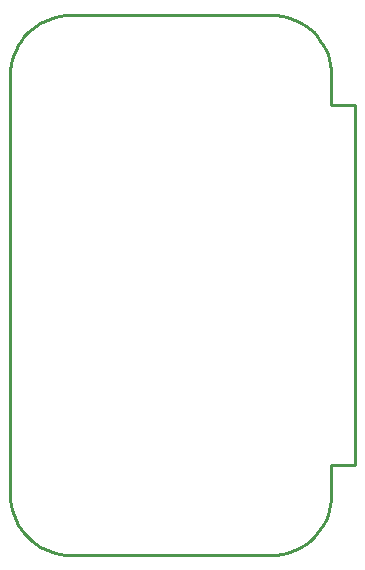
<source format=gbr>
G04 EAGLE Gerber X2 export*
%TF.Part,Single*%
%TF.FileFunction,Profile,NP*%
%TF.FilePolarity,Positive*%
%TF.GenerationSoftware,Autodesk,EAGLE,9.7.0*%
%TF.CreationDate,2022-02-15T16:10:41Z*%
G75*
%MOMM*%
%FSLAX34Y34*%
%LPD*%
%IN*%
%AMOC8*
5,1,8,0,0,1.08239X$1,22.5*%
G01*
G04 Define Apertures*
%ADD10C,0.254000*%
D10*
X0Y50800D02*
X193Y46373D01*
X772Y41979D01*
X1731Y37652D01*
X3064Y33425D01*
X4760Y29331D01*
X6806Y25400D01*
X9187Y21662D01*
X11885Y18146D01*
X14879Y14879D01*
X18146Y11885D01*
X21662Y9187D01*
X25400Y6806D01*
X29331Y4760D01*
X33425Y3064D01*
X37652Y1731D01*
X41979Y772D01*
X46373Y193D01*
X50800Y0D01*
X220980Y0D01*
X225408Y193D01*
X229801Y772D01*
X234128Y1731D01*
X238355Y3064D01*
X242449Y4760D01*
X246380Y6806D01*
X250118Y9187D01*
X253634Y11885D01*
X256901Y14879D01*
X259895Y18146D01*
X262593Y21662D01*
X264974Y25400D01*
X267020Y29331D01*
X268716Y33425D01*
X270049Y37652D01*
X271008Y41979D01*
X271587Y46373D01*
X271780Y50800D01*
X271780Y76200D01*
X292100Y76200D01*
X292100Y381000D01*
X271780Y381000D01*
X271780Y406400D01*
X271587Y410828D01*
X271008Y415221D01*
X270049Y419548D01*
X268716Y423775D01*
X267020Y427869D01*
X264974Y431800D01*
X262593Y435538D01*
X259895Y439054D01*
X256901Y442321D01*
X253634Y445315D01*
X250118Y448013D01*
X246380Y450394D01*
X242449Y452440D01*
X238355Y454136D01*
X234128Y455469D01*
X229801Y456428D01*
X225408Y457007D01*
X220980Y457200D01*
X50800Y457200D01*
X46373Y457007D01*
X41979Y456428D01*
X37652Y455469D01*
X33425Y454136D01*
X29331Y452440D01*
X25400Y450394D01*
X21662Y448013D01*
X18146Y445315D01*
X14879Y442321D01*
X11885Y439054D01*
X9187Y435538D01*
X6806Y431800D01*
X4760Y427869D01*
X3064Y423775D01*
X1731Y419548D01*
X772Y415221D01*
X193Y410828D01*
X0Y406400D01*
X0Y50800D01*
M02*

</source>
